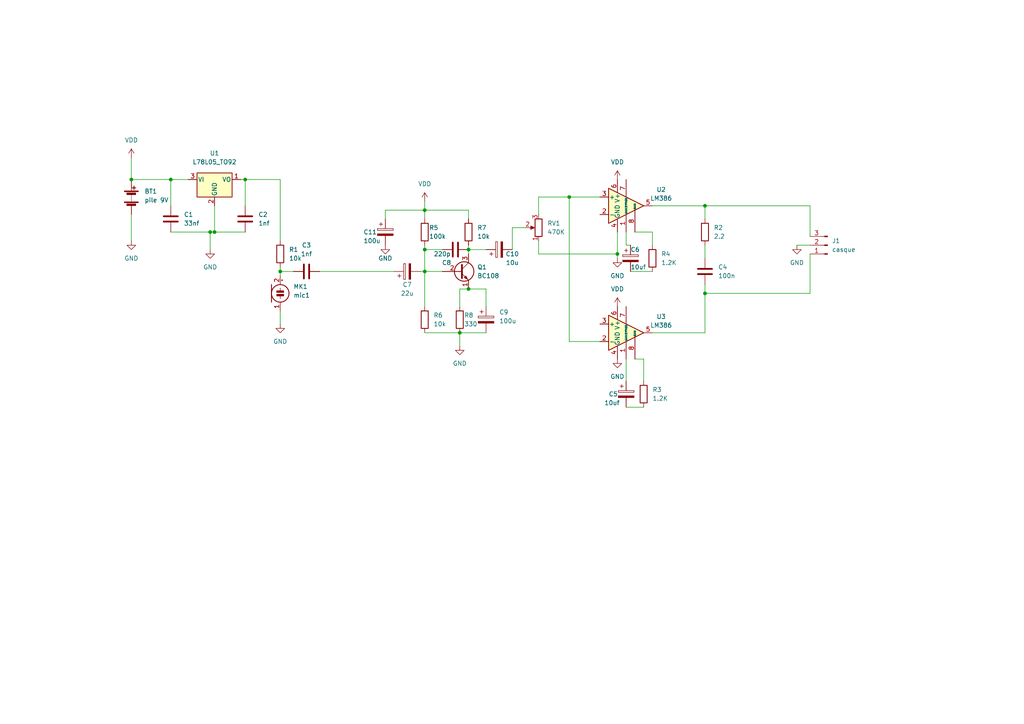
<source format=kicad_sch>
(kicad_sch (version 20211123) (generator eeschema)
  (paper "A4")
  (lib_symbols
    (symbol "Amplifier_Audio:LM386" (pin_names (offset 0.127))
      (property "Reference" "U" (at 1.27 7.62 0))
      (property "Value" "LM386" (at 1.27 5.08 0))
      (symbol "LM386_0_1"
        (polyline (pts (xy 5.08 0) (xy -5.08 5.08) (xy -5.08 -5.08) (xy 5.08 0)) (stroke (width 0.254)) (fill (type background)))
      )
      (symbol "LM386_1_1"
        (pin input line (at 0 -7.62 90) (length 5.08) (name "GAIN") (number "1"))
        (pin input line (at -7.62 -2.54 0) (length 2.54) (name "-") (number "2"))
        (pin input line (at -7.62 2.54 0) (length 2.54) (name "+") (number "3"))
        (pin power_in line (at -2.54 -7.62 90) (length 3.81) (name "GND") (number "4"))
        (pin output line (at 7.62 0 180) (length 2.54) (name "~") (number "5"))
        (pin power_in line (at -2.54 7.62 270) (length 3.81) (name "V+") (number "6"))
        (pin input line (at 0 7.62 270) (length 5.08) (name "BYPASS") (number "7"))
        (pin input line (at 2.54 -7.62 90) (length 6.35) (name "GAIN") (number "8"))
      )
    )
    (symbol "Connector:Conn_01x03_Male" (pin_names (offset 1.016) hide)
      (property "Reference" "J" (at 0 5.08 0))
      (property "Value" "Conn_01x03_Male" (at 0 -5.08 0))
      (symbol "Conn_01x03_Male_1_1"
        (polyline (pts (xy 1.27 -2.54) (xy 0.8636 -2.54)) (stroke (width 0.1524)))
        (polyline (pts (xy 1.27 0) (xy 0.8636 0)) (stroke (width 0.1524)))
        (polyline (pts (xy 1.27 2.54) (xy 0.8636 2.54)) (stroke (width 0.1524)))
        (rectangle (start 0.8636 -2.413) (end 0 -2.667) (stroke (width 0.1524)) (fill (type outline)))
        (rectangle (start 0.8636 0.127) (end 0 -0.127) (stroke (width 0.1524)) (fill (type outline)))
        (rectangle (start 0.8636 2.667) (end 0 2.413) (stroke (width 0.1524)) (fill (type outline)))
        (pin passive line (at 5.08 2.54 180) (length 3.81) (name "Pin_1") (number "1"))
        (pin passive line (at 5.08 0 180) (length 3.81) (name "Pin_2") (number "2"))
        (pin passive line (at 5.08 -2.54 180) (length 3.81) (name "Pin_3") (number "3"))
      )
    )
    (symbol "Device:Battery" (pin_numbers hide) (pin_names (offset 0) hide)
      (property "Reference" "BT" (at 2.54 2.54 0))
      (property "Value" "Battery" (at 2.54 0 0))
      (symbol "Battery_0_1"
        (rectangle (start -2.032 -1.397) (end 2.032 -1.651) (fill (type outline)))
        (rectangle (start -2.032 1.778) (end 2.032 1.524) (fill (type outline)))
        (rectangle (start -1.3208 -1.9812) (end 1.27 -2.4892) (fill (type outline)))
        (rectangle (start -1.3208 1.1938) (end 1.27 0.6858) (fill (type outline)))
        (polyline (pts (xy 0 -1.524) (xy 0 -1.27)))
        (polyline (pts (xy 0 -1.016) (xy 0 -0.762)))
        (polyline (pts (xy 0 -0.508) (xy 0 -0.254)))
        (polyline (pts (xy 0 0) (xy 0 0.254)))
        (polyline (pts (xy 0 0.508) (xy 0 0.762)))
        (polyline (pts (xy 0 1.778) (xy 0 2.54)))
        (polyline (pts (xy 0.254 2.667) (xy 1.27 2.667)) (stroke (width 0.254)))
        (polyline (pts (xy 0.762 3.175) (xy 0.762 2.159)) (stroke (width 0.254)))
      )
      (symbol "Battery_1_1"
        (pin passive line (at 0 5.08 270) (length 2.54) (name "+") (number "1"))
        (pin passive line (at 0 -5.08 90) (length 2.54) (name "-") (number "2"))
      )
    )
    (symbol "Device:C" (pin_numbers hide) (pin_names (offset 0.254))
      (property "Reference" "C" (at 0.635 2.54 0))
      (property "Value" "C" (at 0.635 -2.54 0))
      (symbol "C_0_1"
        (polyline (pts (xy -2.032 -0.762) (xy 2.032 -0.762)) (stroke (width 0.508)))
        (polyline (pts (xy -2.032 0.762) (xy 2.032 0.762)) (stroke (width 0.508)))
      )
      (symbol "C_1_1"
        (pin passive line (at 0 3.81 270) (length 2.794) (name "~") (number "1"))
        (pin passive line (at 0 -3.81 90) (length 2.794) (name "~") (number "2"))
      )
    )
    (symbol "Device:C_Polarized" (pin_numbers hide) (pin_names (offset 0.254))
      (property "Reference" "C" (at 0.635 2.54 0))
      (property "Value" "C_Polarized" (at 0.635 -2.54 0))
      (symbol "C_Polarized_0_1"
        (rectangle (start -2.286 0.508) (end 2.286 1.016))
        (polyline (pts (xy -1.778 2.286) (xy -0.762 2.286)))
        (polyline (pts (xy -1.27 2.794) (xy -1.27 1.778)))
        (rectangle (start 2.286 -0.508) (end -2.286 -1.016) (fill (type outline)))
      )
      (symbol "C_Polarized_1_1"
        (pin passive line (at 0 3.81 270) (length 2.794) (name "~") (number "1"))
        (pin passive line (at 0 -3.81 90) (length 2.794) (name "~") (number "2"))
      )
    )
    (symbol "Device:Microphone_Condenser" (pin_names (offset 0.0254) hide)
      (property "Reference" "MK" (at -3.302 1.27 0))
      (property "Value" "Microphone_Condenser" (at -3.302 -0.635 0))
      (symbol "Microphone_Condenser_0_1"
        (polyline (pts (xy -2.54 2.54) (xy -2.54 -2.54)) (stroke (width 0.254)))
        (polyline (pts (xy 0 -0.762) (xy 0 -1.524)))
        (polyline (pts (xy 0 0.762) (xy 0 1.524)))
        (polyline (pts (xy 0.254 3.81) (xy 0.762 3.81)))
        (polyline (pts (xy 0.508 4.064) (xy 0.508 3.556)))
        (circle (center 0 0) (radius 2.54) (stroke (width 0.254)))
        (rectangle (start 1.016 -0.254) (end -1.016 -0.762) (fill (type outline)))
        (rectangle (start 1.016 0.762) (end -1.016 0.254) (fill (type outline)))
      )
      (symbol "Microphone_Condenser_1_1"
        (pin passive line (at 0 -5.08 90) (length 2.54) (name "-") (number "1"))
        (pin passive line (at 0 5.08 270) (length 2.54) (name "+") (number "2"))
      )
    )
    (symbol "Device:R" (pin_numbers hide) (pin_names (offset 0))
      (property "Reference" "R" (at 2.032 0 90))
      (property "Value" "R" (at 0 0 90))
      (symbol "R_0_1"
        (rectangle (start -1.016 -2.54) (end 1.016 2.54) (stroke (width 0.254)))
      )
      (symbol "R_1_1"
        (pin passive line (at 0 3.81 270) (length 1.27) (name "~") (number "1"))
        (pin passive line (at 0 -3.81 90) (length 1.27) (name "~") (number "2"))
      )
    )
    (symbol "Device:R_Potentiometer" (pin_names (offset 1.016) hide)
      (property "Reference" "RV" (at -4.445 0 90))
      (property "Value" "R_Potentiometer" (at -2.54 0 90))
      (symbol "R_Potentiometer_0_1"
        (polyline (pts (xy 2.54 0) (xy 1.524 0)))
        (polyline (pts (xy 1.143 0) (xy 2.286 0.508) (xy 2.286 -0.508) (xy 1.143 0)) (fill (type outline)))
        (rectangle (start 1.016 2.54) (end -1.016 -2.54) (stroke (width 0.254)))
      )
      (symbol "R_Potentiometer_1_1"
        (pin passive line (at 0 3.81 270) (length 1.27) (name "1") (number "1"))
        (pin passive line (at 3.81 0 180) (length 1.27) (name "2") (number "2"))
        (pin passive line (at 0 -3.81 90) (length 1.27) (name "3") (number "3"))
      )
    )
    (symbol "Regulator_Linear:L78L05_TO92" (pin_names (offset 0.254))
      (property "Reference" "U" (at -3.81 3.175 0))
      (property "Value" "L78L05_TO92" (at 0 3.175 0))
      (symbol "L78L05_TO92_0_1"
        (rectangle (start -5.08 -5.08) (end 5.08 1.905) (stroke (width 0.254)) (fill (type background)))
      )
      (symbol "L78L05_TO92_1_1"
        (pin power_out line (at 7.62 0 180) (length 2.54) (name "VO") (number "1"))
        (pin power_in line (at 0 -7.62 90) (length 2.54) (name "GND") (number "2"))
        (pin power_in line (at -7.62 0 0) (length 2.54) (name "VI") (number "3"))
      )
    )
    (symbol "Transistor_BJT:BC108" (pin_names (offset 0) hide)
      (property "Reference" "Q" (at 5.08 1.905 0))
      (property "Value" "BC108" (at 5.08 0 0))
      (symbol "BC108_0_1"
        (polyline (pts (xy 0.635 0.635) (xy 2.54 2.54)))
        (polyline (pts (xy 0.635 -0.635) (xy 2.54 -2.54) (xy 2.54 -2.54)))
        (polyline (pts (xy 0.635 1.905) (xy 0.635 -1.905) (xy 0.635 -1.905)) (stroke (width 0.508)))
        (polyline (pts (xy 1.27 -1.778) (xy 1.778 -1.27) (xy 2.286 -2.286) (xy 1.27 -1.778) (xy 1.27 -1.778)) (fill (type outline)))
        (circle (center 1.27 0) (radius 2.8194) (stroke (width 0.254)))
      )
      (symbol "BC108_1_1"
        (pin passive line (at 2.54 -5.08 90) (length 2.54) (name "E") (number "1"))
        (pin input line (at -5.08 0 0) (length 5.715) (name "B") (number "2"))
        (pin passive line (at 2.54 5.08 270) (length 2.54) (name "C") (number "3"))
      )
    )
    (symbol "power:GND" (power) (pin_names (offset 0))
      (property "Value" "GND" (at 0 -3.81 0))
      (symbol "GND_0_1"
        (polyline (pts (xy 0 0) (xy 0 -1.27) (xy 1.27 -1.27) (xy 0 -2.54) (xy -1.27 -1.27) (xy 0 -1.27)))
      )
      (symbol "GND_1_1"
        (pin power_in line (at 0 0 270) (length 0) hide (name "GND") (number "1"))
      )
    )
    (symbol "power:VDD" (power) (pin_names (offset 0))
      (property "Value" "VDD" (at 0 3.81 0))
      (symbol "VDD_0_1"
        (polyline (pts (xy -0.762 1.27) (xy 0 2.54)))
        (polyline (pts (xy 0 0) (xy 0 2.54)))
        (polyline (pts (xy 0 2.54) (xy 0.762 1.27)))
      )
      (symbol "VDD_1_1"
        (pin power_in line (at 0 0 90) (length 0) hide (name "VDD") (number "1"))
      )
    )
  )
  (junction (at 49.53 52.07))
  (junction (at 62.23 67.31))
  (junction (at 204.47 59.69))
  (junction (at 123.19 78.74))
  (junction (at 81.28 78.74))
  (junction (at 179.07 73.66))
  (junction (at 71.12 52.07))
  (junction (at 165.1 57.15))
  (junction (at 38.1 52.07))
  (junction (at 123.19 60.96))
  (junction (at 204.47 85.09))
  (junction (at 133.35 96.52))
  (junction (at 135.89 72.39))
  (junction (at 135.89 83.82))
  (junction (at 60.96 67.31))
  (junction (at 123.19 72.39))
  (wire (pts (xy 49.53 59.69) (xy 49.53 52.07)))
  (wire (pts (xy 165.1 57.15) (xy 173.99 57.15)))
  (wire (pts (xy 60.96 72.39) (xy 60.96 67.31)))
  (wire (pts (xy 181.61 71.12) (xy 182.88 71.12)))
  (wire (pts (xy 156.21 73.66) (xy 179.07 73.66)))
  (wire (pts (xy 152.4 66.04) (xy 148.59 66.04)))
  (wire (pts (xy 81.28 78.74) (xy 85.09 78.74)))
  (wire (pts (xy 148.59 66.04) (xy 148.59 72.39)))
  (wire (pts (xy 49.53 67.31) (xy 60.96 67.31)))
  (wire (pts (xy 123.19 78.74) (xy 128.27 78.74)))
  (wire (pts (xy 204.47 96.52) (xy 189.23 96.52)))
  (wire (pts (xy 156.21 69.85) (xy 156.21 73.66)))
  (wire (pts (xy 123.19 60.96) (xy 135.89 60.96)))
  (wire (pts (xy 123.19 72.39) (xy 123.19 78.74)))
  (wire (pts (xy 123.19 78.74) (xy 123.19 88.9)))
  (wire (pts (xy 165.1 57.15) (xy 165.1 99.06)))
  (wire (pts (xy 60.96 67.31) (xy 62.23 67.31)))
  (wire (pts (xy 49.53 52.07) (xy 54.61 52.07)))
  (wire (pts (xy 204.47 71.12) (xy 204.47 74.93)))
  (wire (pts (xy 71.12 52.07) (xy 81.28 52.07)))
  (wire (pts (xy 81.28 90.17) (xy 81.28 93.98)))
  (wire (pts (xy 123.19 58.42) (xy 123.19 60.96)))
  (wire (pts (xy 189.23 71.12) (xy 189.23 67.31)))
  (wire (pts (xy 123.19 72.39) (xy 128.27 72.39)))
  (wire (pts (xy 123.19 71.12) (xy 123.19 72.39)))
  (wire (pts (xy 81.28 77.47) (xy 81.28 78.74)))
  (wire (pts (xy 71.12 59.69) (xy 71.12 52.07)))
  (wire (pts (xy 62.23 67.31) (xy 71.12 67.31)))
  (wire (pts (xy 204.47 59.69) (xy 234.95 59.69)))
  (wire (pts (xy 165.1 99.06) (xy 173.99 99.06)))
  (wire (pts (xy 179.07 73.66) (xy 179.07 74.93)))
  (wire (pts (xy 133.35 96.52) (xy 140.97 96.52)))
  (wire (pts (xy 231.14 71.12) (xy 234.95 71.12)))
  (wire (pts (xy 81.28 78.74) (xy 81.28 80.01)))
  (wire (pts (xy 189.23 59.69) (xy 204.47 59.69)))
  (wire (pts (xy 234.95 59.69) (xy 234.95 68.58)))
  (wire (pts (xy 135.89 72.39) (xy 135.89 73.66)))
  (wire (pts (xy 111.76 60.96) (xy 123.19 60.96)))
  (wire (pts (xy 38.1 52.07) (xy 49.53 52.07)))
  (wire (pts (xy 111.76 63.5) (xy 111.76 60.96)))
  (wire (pts (xy 140.97 88.9) (xy 140.97 83.82)))
  (wire (pts (xy 135.89 71.12) (xy 135.89 72.39)))
  (wire (pts (xy 181.61 67.31) (xy 181.61 71.12)))
  (wire (pts (xy 182.88 78.74) (xy 189.23 78.74)))
  (wire (pts (xy 71.12 52.07) (xy 69.85 52.07)))
  (wire (pts (xy 156.21 62.23) (xy 156.21 57.15)))
  (wire (pts (xy 92.71 78.74) (xy 114.3 78.74)))
  (wire (pts (xy 38.1 62.23) (xy 38.1 69.85)))
  (wire (pts (xy 135.89 72.39) (xy 140.97 72.39)))
  (wire (pts (xy 123.19 96.52) (xy 133.35 96.52)))
  (wire (pts (xy 121.92 78.74) (xy 123.19 78.74)))
  (wire (pts (xy 204.47 59.69) (xy 204.47 63.5)))
  (wire (pts (xy 179.07 67.31) (xy 179.07 73.66)))
  (wire (pts (xy 62.23 59.69) (xy 62.23 67.31)))
  (wire (pts (xy 135.89 60.96) (xy 135.89 63.5)))
  (wire (pts (xy 204.47 85.09) (xy 234.95 85.09)))
  (wire (pts (xy 133.35 88.9) (xy 133.35 83.82)))
  (wire (pts (xy 186.69 104.14) (xy 184.15 104.14)))
  (wire (pts (xy 123.19 60.96) (xy 123.19 63.5)))
  (wire (pts (xy 181.61 118.11) (xy 186.69 118.11)))
  (wire (pts (xy 186.69 110.49) (xy 186.69 104.14)))
  (wire (pts (xy 140.97 83.82) (xy 135.89 83.82)))
  (wire (pts (xy 204.47 82.55) (xy 204.47 85.09)))
  (wire (pts (xy 234.95 85.09) (xy 234.95 73.66)))
  (wire (pts (xy 38.1 45.72) (xy 38.1 52.07)))
  (wire (pts (xy 181.61 104.14) (xy 181.61 110.49)))
  (wire (pts (xy 133.35 96.52) (xy 133.35 100.33)))
  (wire (pts (xy 133.35 83.82) (xy 135.89 83.82)))
  (wire (pts (xy 189.23 67.31) (xy 184.15 67.31)))
  (wire (pts (xy 156.21 57.15) (xy 165.1 57.15)))
  (wire (pts (xy 81.28 52.07) (xy 81.28 69.85)))
  (wire (pts (xy 204.47 85.09) (xy 204.47 96.52)))
  (symbol (lib_id "power:GND") (at 179.07 104.14 0) (unit 1)
    (property "Reference" "#PWR0106" (effects hide))
    (property "Value" "GND" (at 179.07 109.22 0))
  )
  (symbol (lib_id "power:VDD") (at 179.07 88.9 0) (unit 1)
    (property "Reference" "#PWR0107" (effects hide))
    (property "Value" "VDD" (at 179.07 83.82 0))
  )
  (symbol (lib_id "power:GND") (at 133.35 100.33 0) (unit 1)
    (property "Reference" "#PWR0110" (effects hide))
    (property "Value" "GND" (at 133.35 105.41 0))
  )
  (symbol (lib_id "Device:C_Polarized") (at 111.76 67.31 0) (unit 1)
    (property "Reference" "C11" (at 105.41 67.31 0) (effects (justify left)))
    (property "Value" "100u" (at 105.41 69.85 0) (effects (justify left)))
    (property "Footprint" "Capacitor_THT:CP_Radial_D6.3mm_P2.50mm" (effects hide))
  )
  (symbol (lib_id "Device:C_Polarized") (at 182.88 74.93 0) (unit 1)
    (property "Reference" "C6" (at 182.88 72.39 0) (effects (justify left)))
    (property "Value" "10uf" (at 182.88 77.47 0) (effects (justify left)))
    (property "Footprint" "Capacitor_THT:CP_Radial_D6.3mm_P2.50mm" (effects hide))
  )
  (symbol (lib_id "Device:C") (at 71.12 63.5 0) (unit 1)
    (property "Reference" "C2" (at 74.93 62.2299 0) (effects (justify left)))
    (property "Value" "1nf" (at 74.93 64.7699 0) (effects (justify left)))
    (property "Footprint" "Capacitor_THT:C_Rect_L7.2mm_W3.0mm_P5.00mm_FKS2_FKP2_MKS2_MKP2" (effects hide))
  )
  (symbol (lib_id "Device:R") (at 189.23 74.93 0) (unit 1)
    (property "Reference" "R4" (at 191.77 73.6599 0) (effects (justify left)))
    (property "Value" "1.2K" (at 191.77 76.1999 0) (effects (justify left)))
    (property "Footprint" "Resistor_THT:R_Axial_DIN0204_L3.6mm_D1.6mm_P7.62mm_Horizontal" (effects hide))
  )
  (symbol (lib_id "Device:R") (at 135.89 67.31 0) (unit 1)
    (property "Reference" "R7" (at 138.43 66.0399 0) (effects (justify left)))
    (property "Value" "10k" (at 138.43 68.5799 0) (effects (justify left)))
    (property "Footprint" "Resistor_THT:R_Axial_DIN0204_L3.6mm_D1.6mm_P7.62mm_Horizontal" (effects hide))
  )
  (symbol (lib_id "Device:R") (at 81.28 73.66 0) (unit 1)
    (property "Reference" "R1" (at 83.82 72.3899 0) (effects (justify left)))
    (property "Value" "10k" (at 83.82 74.9299 0) (effects (justify left)))
    (property "Footprint" "Resistor_THT:R_Axial_DIN0204_L3.6mm_D1.6mm_P7.62mm_Horizontal" (effects hide))
  )
  (symbol (lib_id "Device:R") (at 123.19 92.71 0) (unit 1)
    (property "Reference" "R6" (at 125.73 91.4399 0) (effects (justify left)))
    (property "Value" "10k" (at 125.73 93.9799 0) (effects (justify left)))
    (property "Footprint" "Resistor_THT:R_Axial_DIN0204_L3.6mm_D1.6mm_P7.62mm_Horizontal" (effects hide))
  )
  (symbol (lib_id "Device:R") (at 133.35 92.71 0) (unit 1)
    (property "Reference" "R8" (at 134.62 91.44 0) (effects (justify left)))
    (property "Value" "330" (at 134.62 93.98 0) (effects (justify left)))
    (property "Footprint" "Resistor_THT:R_Axial_DIN0204_L3.6mm_D1.6mm_P7.62mm_Horizontal" (effects hide))
  )
  (symbol (lib_id "power:VDD") (at 123.19 58.42 0) (unit 1)
    (property "Reference" "#PWR0112" (effects hide))
    (property "Value" "VDD" (at 123.19 53.34 0))
  )
  (symbol (lib_id "Transistor_BJT:BC108") (at 133.35 78.74 0) (unit 1)
    (property "Reference" "Q1" (at 138.43 77.4699 0) (effects (justify left)))
    (property "Value" "BC108" (at 138.43 80.0099 0) (effects (justify left)))
    (property "Footprint" "Package_TO_SOT_THT:TO-18-3" (effects hide))
    (property "Datasheet" "http://www.b-kainka.de/Daten/Transistor/BC108.pdf" (effects hide))
  )
  (symbol (lib_id "power:GND") (at 38.1 69.85 0) (unit 1)
    (property "Reference" "#PWR0102" (effects hide))
    (property "Value" "GND" (at 38.1 74.93 0))
  )
  (symbol (lib_id "Device:Microphone_Condenser") (at 81.28 85.09 0) (unit 1)
    (property "Reference" "MK1" (at 85.09 83.1214 0) (effects (justify left)))
    (property "Value" "mic1" (at 85.09 85.6614 0) (effects (justify left)))
    (property "Footprint" "Connector_PinHeader_2.00mm:PinHeader_1x02_P2.00mm_Vertical" (effects hide))
  )
  (symbol (lib_id "power:GND") (at 231.14 71.12 0) (unit 1)
    (property "Reference" "#PWR0109" (effects hide))
    (property "Value" "GND" (at 231.14 76.2 0))
  )
  (symbol (lib_id "power:VDD") (at 179.07 52.07 0) (unit 1)
    (property "Reference" "#PWR0108" (effects hide))
    (property "Value" "VDD" (at 179.07 46.99 0))
  )
  (symbol (lib_id "Device:C") (at 49.53 63.5 0) (unit 1)
    (property "Reference" "C1" (at 53.34 62.2299 0) (effects (justify left)))
    (property "Value" "33nf" (at 53.34 64.7699 0) (effects (justify left)))
    (property "Footprint" "Capacitor_THT:C_Rect_L7.2mm_W3.0mm_P5.00mm_FKS2_FKP2_MKS2_MKP2" (effects hide))
  )
  (symbol (lib_id "Device:C") (at 132.08 72.39 90) (unit 1)
    (property "Reference" "C8" (at 129.54 76.2 90))
    (property "Value" "220p" (at 128.27 73.66 90))
    (property "Footprint" "Capacitor_THT:C_Rect_L7.2mm_W2.5mm_P5.00mm_FKS2_FKP2_MKS2_MKP2" (effects hide))
  )
  (symbol (lib_id "Device:R") (at 186.69 114.3 0) (unit 1)
    (property "Reference" "R3" (at 189.23 113.0299 0) (effects (justify left)))
    (property "Value" "1.2K" (at 189.23 115.5699 0) (effects (justify left)))
    (property "Footprint" "Resistor_THT:R_Axial_DIN0204_L3.6mm_D1.6mm_P7.62mm_Horizontal" (effects hide))
  )
  (symbol (lib_id "power:VDD") (at 38.1 45.72 0) (unit 1)
    (property "Reference" "#PWR0103" (effects hide))
    (property "Value" "VDD" (at 38.1 40.64 0))
  )
  (symbol (lib_id "power:GND") (at 81.28 93.98 0) (unit 1)
    (property "Reference" "#PWR0104" (effects hide))
    (property "Value" "GND" (at 81.28 99.06 0))
  )
  (symbol (lib_id "Amplifier_Audio:LM386") (at 181.61 59.69 0) (unit 1)
    (property "Reference" "U2" (at 191.77 54.991 0))
    (property "Value" "LM386" (at 191.77 57.531 0))
    (property "Footprint" "Package_DIP:DIP-8_W7.62mm_Socket" (effects hide))
    (property "Datasheet" "http://www.ti.com/lit/ds/symlink/lm386.pdf" (effects hide))
  )
  (symbol (lib_id "Device:C") (at 88.9 78.74 90) (unit 1)
    (property "Reference" "C3" (at 88.9 71.12 90))
    (property "Value" "1nf" (at 88.9 73.66 90))
    (property "Footprint" "Capacitor_THT:C_Rect_L7.2mm_W3.0mm_P5.00mm_FKS2_FKP2_MKS2_MKP2" (effects hide))
  )
  (symbol (lib_id "Device:R") (at 123.19 67.31 0) (unit 1)
    (property "Reference" "R5" (at 124.46 66.04 0) (effects (justify left)))
    (property "Value" "100k" (at 124.46 68.58 0) (effects (justify left)))
    (property "Footprint" "Resistor_THT:R_Axial_DIN0204_L3.6mm_D1.6mm_P7.62mm_Horizontal" (effects hide))
  )
  (symbol (lib_id "Device:C_Polarized") (at 140.97 92.71 0) (unit 1)
    (property "Reference" "C9" (at 144.78 90.5509 0) (effects (justify left)))
    (property "Value" "100u" (at 144.78 93.0909 0) (effects (justify left)))
    (property "Footprint" "Capacitor_THT:CP_Radial_D6.3mm_P2.50mm" (effects hide))
  )
  (symbol (lib_id "Device:C_Polarized") (at 144.78 72.39 90) (unit 1)
    (property "Reference" "C10" (at 148.59 73.66 90))
    (property "Value" "10u" (at 148.59 76.2 90))
    (property "Footprint" "Capacitor_THT:CP_Radial_D6.3mm_P2.50mm" (effects hide))
  )
  (symbol (lib_id "Device:R_Potentiometer") (at 156.21 66.04 180) (unit 1)
    (property "Reference" "RV1" (at 158.75 64.7699 0) (effects (justify right)))
    (property "Value" "470K" (at 158.75 67.3099 0) (effects (justify right)))
    (property "Footprint" "Potentiometer_THT:Potentiometer_Piher_PT-10-V05_Vertical" (effects hide))
  )
  (symbol (lib_id "Regulator_Linear:L78L05_TO92") (at 62.23 52.07 0) (unit 1)
    (property "Reference" "U1" (at 62.23 44.45 0))
    (property "Value" "L78L05_TO92" (at 62.23 46.99 0))
    (property "Footprint" "Package_TO_SOT_THT:TO-92_Inline_Wide" (effects hide))
    (property "Datasheet" "http://www.st.com/content/ccc/resource/technical/document/datasheet/15/55/e5/aa/23/5b/43/fd/CD00000446.pdf/files/CD00000446.pdf/jcr:content/translations/en.CD00000446.pdf" (effects hide))
  )
  (symbol (lib_id "Amplifier_Audio:LM386") (at 181.61 96.52 0) (unit 1)
    (property "Reference" "U3" (at 191.77 91.821 0))
    (property "Value" "LM386" (at 191.77 94.361 0))
    (property "Footprint" "Package_DIP:DIP-8_W7.62mm_Socket" (effects hide))
    (property "Datasheet" "http://www.ti.com/lit/ds/symlink/lm386.pdf" (effects hide))
  )
  (symbol (lib_id "Device:Battery") (at 38.1 57.15 0) (unit 1)
    (property "Reference" "BT1" (at 41.91 55.4989 0) (effects (justify left)))
    (property "Value" "pile 9V" (at 41.91 58.0389 0) (effects (justify left)))
    (property "Footprint" "Connector_PinHeader_2.00mm:PinHeader_1x02_P2.00mm_Vertical" (effects hide))
  )
  (symbol (lib_id "Connector:Conn_01x03_Male") (at 240.03 71.12 180) (unit 1)
    (property "Reference" "J1" (at 241.3 69.8499 0) (effects (justify right)))
    (property "Value" "casque" (at 241.3 72.3899 0) (effects (justify right)))
    (property "Footprint" "Connector_PinHeader_2.00mm:PinHeader_1x03_P2.00mm_Vertical" (effects hide))
  )
  (symbol (lib_id "power:GND") (at 111.76 71.12 0) (unit 1)
    (property "Reference" "#PWR0111" (effects hide))
    (property "Value" "GND" (at 111.76 74.93 0))
  )
  (symbol (lib_id "Device:C_Polarized") (at 118.11 78.74 90) (unit 1)
    (property "Reference" "C7" (at 118.11 82.55 90))
    (property "Value" "22u" (at 118.11 85.09 90))
    (property "Footprint" "Capacitor_THT:CP_Radial_D6.3mm_P2.50mm" (effects hide))
  )
  (symbol (lib_id "Device:C") (at 204.47 78.74 0) (unit 1)
    (property "Reference" "C4" (at 208.28 77.4699 0) (effects (justify left)))
    (property "Value" "100n" (at 208.28 80.0099 0) (effects (justify left)))
    (property "Footprint" "Capacitor_THT:C_Rect_L7.2mm_W3.0mm_P5.00mm_FKS2_FKP2_MKS2_MKP2" (effects hide))
  )
  (symbol (lib_id "Device:R") (at 204.47 67.31 0) (unit 1)
    (property "Reference" "R2" (at 207.01 66.0399 0) (effects (justify left)))
    (property "Value" "2.2" (at 207.01 68.5799 0) (effects (justify left)))
    (property "Footprint" "Resistor_THT:R_Axial_DIN0204_L3.6mm_D1.6mm_P7.62mm_Horizontal" (effects hide))
  )
  (symbol (lib_id "power:GND") (at 179.07 74.93 0) (unit 1)
    (property "Reference" "#PWR0105" (effects hide))
    (property "Value" "GND" (at 179.07 80.01 0))
  )
  (symbol (lib_id "Device:C_Polarized") (at 181.61 114.3 0) (unit 1)
    (property "Reference" "C5" (at 176.53 114.3 0) (effects (justify left)))
    (property "Value" "10uf" (at 175.26 116.84 0) (effects (justify left)))
    (property "Footprint" "Capacitor_THT:CP_Radial_D6.3mm_P2.50mm" (effects hide))
  )
  (symbol (lib_id "power:GND") (at 60.96 72.39 0) (unit 1)
    (property "Reference" "#PWR0101" (effects hide))
    (property "Value" "GND" (at 60.96 77.47 0))
  )
)
</source>
